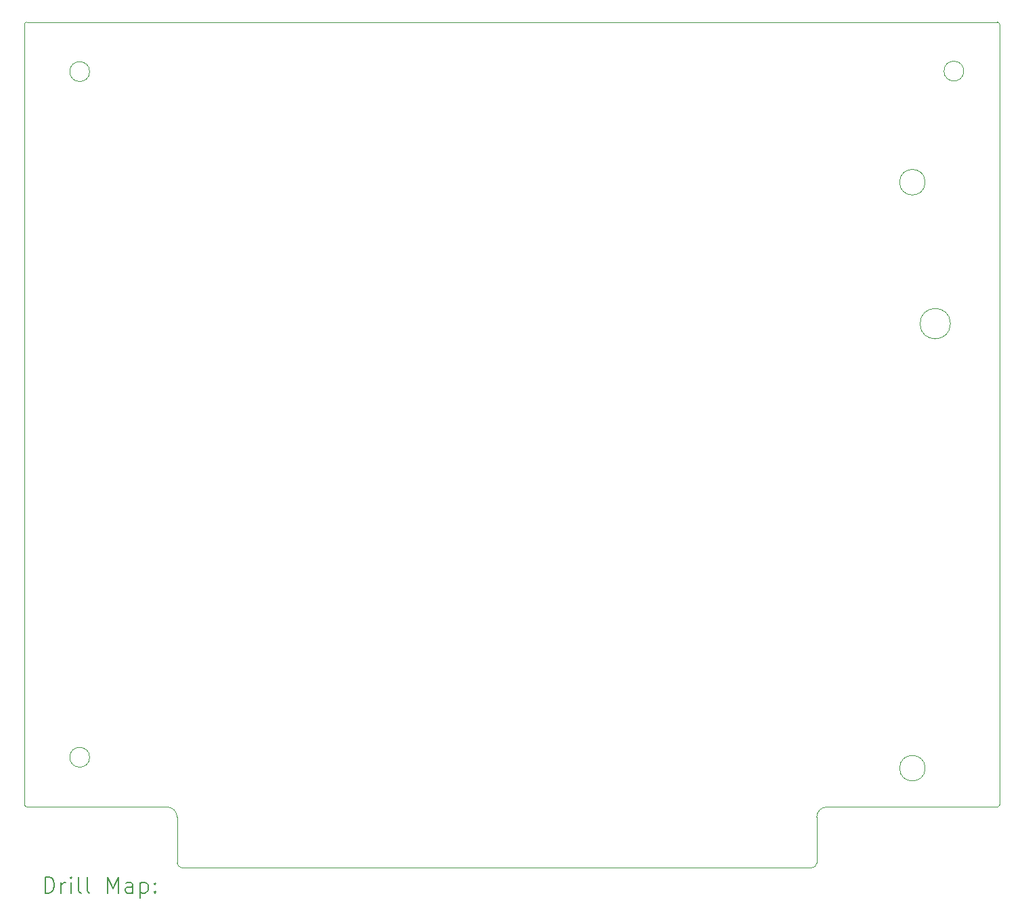
<source format=gbr>
%TF.GenerationSoftware,KiCad,Pcbnew,8.0.9*%
%TF.CreationDate,2025-03-24T20:53:28+01:00*%
%TF.ProjectId,Mindscape_Music_Board,4d696e64-7363-4617-9065-5f4d75736963,rev?*%
%TF.SameCoordinates,Original*%
%TF.FileFunction,Drillmap*%
%TF.FilePolarity,Positive*%
%FSLAX45Y45*%
G04 Gerber Fmt 4.5, Leading zero omitted, Abs format (unit mm)*
G04 Created by KiCad (PCBNEW 8.0.9) date 2025-03-24 20:53:28*
%MOMM*%
%LPD*%
G01*
G04 APERTURE LIST*
%ADD10C,0.050000*%
%ADD11C,0.200000*%
G04 APERTURE END LIST*
D10*
X7499500Y-13551000D02*
X5748000Y-13551000D01*
X5718000Y-3752000D02*
G75*
G02*
X5748000Y-3722000I30000J0D01*
G01*
X5748000Y-13551000D02*
G75*
G02*
X5718000Y-13521000I0J30000D01*
G01*
X5748000Y-3722000D02*
X17886000Y-3722000D01*
X17916000Y-13521000D02*
G75*
G02*
X17886000Y-13551000I-30000J0D01*
G01*
X17916000Y-3752000D02*
X17916000Y-13521000D01*
X17886000Y-13551000D02*
X15754500Y-13551000D01*
X17886000Y-3722000D02*
G75*
G02*
X17916000Y-3752000I0J-30000D01*
G01*
X16984000Y-13065000D02*
G75*
G02*
X16664000Y-13065000I-160000J0D01*
G01*
X16664000Y-13065000D02*
G75*
G02*
X16984000Y-13065000I160000J0D01*
G01*
X6531000Y-4343000D02*
G75*
G02*
X6283000Y-4343000I-124000J0D01*
G01*
X6283000Y-4343000D02*
G75*
G02*
X6531000Y-4343000I124000J0D01*
G01*
X5718000Y-13521000D02*
X5718000Y-3752000D01*
X16984000Y-5728000D02*
G75*
G02*
X16664000Y-5728000I-160000J0D01*
G01*
X16664000Y-5728000D02*
G75*
G02*
X16984000Y-5728000I160000J0D01*
G01*
X6531000Y-12928000D02*
G75*
G02*
X6283000Y-12928000I-124000J0D01*
G01*
X6283000Y-12928000D02*
G75*
G02*
X6531000Y-12928000I124000J0D01*
G01*
X17467000Y-4337000D02*
G75*
G02*
X17219000Y-4337000I-124000J0D01*
G01*
X17219000Y-4337000D02*
G75*
G02*
X17467000Y-4337000I124000J0D01*
G01*
X17300000Y-7499000D02*
G75*
G02*
X16920000Y-7499000I-190000J0D01*
G01*
X16920000Y-7499000D02*
G75*
G02*
X17300000Y-7499000I190000J0D01*
G01*
X7626500Y-14249500D02*
X7626500Y-13678000D01*
X7690000Y-14313000D02*
X15564000Y-14313000D01*
X15627500Y-14249500D02*
X15627500Y-13678000D01*
X7499500Y-13551000D02*
G75*
G02*
X7626500Y-13678000I0J-127000D01*
G01*
X7690000Y-14313000D02*
G75*
G02*
X7626500Y-14249500I0J63500D01*
G01*
X15627500Y-13678000D02*
G75*
G02*
X15754500Y-13551000I127000J0D01*
G01*
X15627500Y-14249500D02*
G75*
G02*
X15564000Y-14313000I-63500J0D01*
G01*
D11*
X5976277Y-14626984D02*
X5976277Y-14426984D01*
X5976277Y-14426984D02*
X6023896Y-14426984D01*
X6023896Y-14426984D02*
X6052467Y-14436508D01*
X6052467Y-14436508D02*
X6071515Y-14455555D01*
X6071515Y-14455555D02*
X6081039Y-14474603D01*
X6081039Y-14474603D02*
X6090562Y-14512698D01*
X6090562Y-14512698D02*
X6090562Y-14541269D01*
X6090562Y-14541269D02*
X6081039Y-14579365D01*
X6081039Y-14579365D02*
X6071515Y-14598412D01*
X6071515Y-14598412D02*
X6052467Y-14617460D01*
X6052467Y-14617460D02*
X6023896Y-14626984D01*
X6023896Y-14626984D02*
X5976277Y-14626984D01*
X6176277Y-14626984D02*
X6176277Y-14493650D01*
X6176277Y-14531746D02*
X6185801Y-14512698D01*
X6185801Y-14512698D02*
X6195324Y-14503174D01*
X6195324Y-14503174D02*
X6214372Y-14493650D01*
X6214372Y-14493650D02*
X6233420Y-14493650D01*
X6300086Y-14626984D02*
X6300086Y-14493650D01*
X6300086Y-14426984D02*
X6290562Y-14436508D01*
X6290562Y-14436508D02*
X6300086Y-14446031D01*
X6300086Y-14446031D02*
X6309610Y-14436508D01*
X6309610Y-14436508D02*
X6300086Y-14426984D01*
X6300086Y-14426984D02*
X6300086Y-14446031D01*
X6423896Y-14626984D02*
X6404848Y-14617460D01*
X6404848Y-14617460D02*
X6395324Y-14598412D01*
X6395324Y-14598412D02*
X6395324Y-14426984D01*
X6528658Y-14626984D02*
X6509610Y-14617460D01*
X6509610Y-14617460D02*
X6500086Y-14598412D01*
X6500086Y-14598412D02*
X6500086Y-14426984D01*
X6757229Y-14626984D02*
X6757229Y-14426984D01*
X6757229Y-14426984D02*
X6823896Y-14569841D01*
X6823896Y-14569841D02*
X6890562Y-14426984D01*
X6890562Y-14426984D02*
X6890562Y-14626984D01*
X7071515Y-14626984D02*
X7071515Y-14522222D01*
X7071515Y-14522222D02*
X7061991Y-14503174D01*
X7061991Y-14503174D02*
X7042943Y-14493650D01*
X7042943Y-14493650D02*
X7004848Y-14493650D01*
X7004848Y-14493650D02*
X6985801Y-14503174D01*
X7071515Y-14617460D02*
X7052467Y-14626984D01*
X7052467Y-14626984D02*
X7004848Y-14626984D01*
X7004848Y-14626984D02*
X6985801Y-14617460D01*
X6985801Y-14617460D02*
X6976277Y-14598412D01*
X6976277Y-14598412D02*
X6976277Y-14579365D01*
X6976277Y-14579365D02*
X6985801Y-14560317D01*
X6985801Y-14560317D02*
X7004848Y-14550793D01*
X7004848Y-14550793D02*
X7052467Y-14550793D01*
X7052467Y-14550793D02*
X7071515Y-14541269D01*
X7166753Y-14493650D02*
X7166753Y-14693650D01*
X7166753Y-14503174D02*
X7185801Y-14493650D01*
X7185801Y-14493650D02*
X7223896Y-14493650D01*
X7223896Y-14493650D02*
X7242943Y-14503174D01*
X7242943Y-14503174D02*
X7252467Y-14512698D01*
X7252467Y-14512698D02*
X7261991Y-14531746D01*
X7261991Y-14531746D02*
X7261991Y-14588888D01*
X7261991Y-14588888D02*
X7252467Y-14607936D01*
X7252467Y-14607936D02*
X7242943Y-14617460D01*
X7242943Y-14617460D02*
X7223896Y-14626984D01*
X7223896Y-14626984D02*
X7185801Y-14626984D01*
X7185801Y-14626984D02*
X7166753Y-14617460D01*
X7347705Y-14607936D02*
X7357229Y-14617460D01*
X7357229Y-14617460D02*
X7347705Y-14626984D01*
X7347705Y-14626984D02*
X7338182Y-14617460D01*
X7338182Y-14617460D02*
X7347705Y-14607936D01*
X7347705Y-14607936D02*
X7347705Y-14626984D01*
X7347705Y-14503174D02*
X7357229Y-14512698D01*
X7357229Y-14512698D02*
X7347705Y-14522222D01*
X7347705Y-14522222D02*
X7338182Y-14512698D01*
X7338182Y-14512698D02*
X7347705Y-14503174D01*
X7347705Y-14503174D02*
X7347705Y-14522222D01*
M02*

</source>
